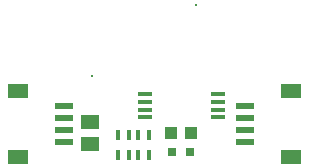
<source format=gbr>
G04 EAGLE Gerber RS-274X export*
G75*
%MOMM*%
%FSLAX34Y34*%
%LPD*%
%INSolderpaste Top*%
%IPPOS*%
%AMOC8*
5,1,8,0,0,1.08239X$1,22.5*%
G01*
%ADD10R,1.500000X1.240000*%
%ADD11R,1.075000X1.000000*%
%ADD12R,0.450000X0.900000*%
%ADD13R,1.550000X0.600000*%
%ADD14R,1.800000X1.200000*%
%ADD15R,0.800000X0.800000*%
%ADD16R,1.200000X0.350000*%
%ADD17R,0.200000X0.200000*%


D10*
X72390Y84430D03*
X72390Y65430D03*
D11*
X158360Y74930D03*
X141360Y74930D03*
D12*
X122220Y56270D03*
X122220Y73270D03*
X113220Y56270D03*
X105220Y56270D03*
X96220Y56270D03*
X96220Y73270D03*
X113220Y73270D03*
X105220Y73270D03*
D13*
X203460Y77550D03*
X203460Y87550D03*
X203460Y67550D03*
X203460Y97550D03*
D14*
X242460Y54550D03*
X242460Y110550D03*
D13*
X50540Y87550D03*
X50540Y77550D03*
X50540Y97550D03*
X50540Y67550D03*
D14*
X11540Y110550D03*
X11540Y54550D03*
D15*
X157360Y58420D03*
X142360Y58420D03*
D16*
X118860Y107540D03*
X118860Y101040D03*
X118860Y94540D03*
X118860Y88040D03*
X180860Y88040D03*
X180860Y94540D03*
X180860Y101040D03*
X180860Y107540D03*
D17*
X162000Y182930D03*
X74000Y122930D03*
M02*

</source>
